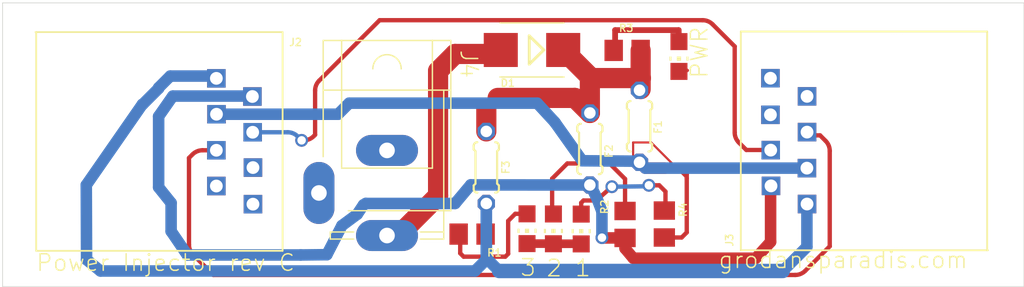
<source format=kicad_pcb>
(kicad_pcb (version 20241229) (generator "pcbnew") (generator_version "9.0")
  (layers (0 "F.Cu" signal) (2 "B.Cu" signal) (13 "F.Paste" user) (15 "B.Paste" user) (5 "F.SilkS" user "F.Silkscreen") (7 "B.SilkS" user "B.Silkscreen") (1 "F.Mask" user) (3 "B.Mask" user) (25 "Edge.Cuts" user))
  (net 0 "")
  (net 1 "+12V")
  (net 2 "GND")
  (net 3 "N$2")
  (net 4 "N$7")
  (net 5 "N$1")
  (net 6 "N$6")
  (net 7 "PWR1")
  (net 8 "PWR2")
  (net 9 "PWR3")
  (net 10 "N$8")
  (net 11 "N$3")
  (net 12 "N$4")
  (footprint "power_injector_rev_c:0204_5" (layer "F.Cu") (at 146.6011 106.6036 -90)
    (property "Reference" "F3" (at -0.5366 -1.0684 90) (layer "F.SilkS") (effects (font (size 0.520446 0.520446) (thickness 0.089154)) (justify right top)))
    (property "Value" "MF-R050" (hide yes))
    (fp_line (start -1.524 0.889) (end -1.27 0.889) (stroke (width 0.1524)) (layer "F.SilkS"))
    (fp_line (start 1.524 0.889) (end 1.27 0.889) (stroke (width 0.1524)) (layer "F.SilkS"))
    (fp_line (start -1.143 0.762) (end -1.27 0.889) (stroke (width 0.1524)) (layer "F.SilkS"))
    (fp_line (start 1.143 0.762) (end 1.27 0.889) (stroke (width 0.1524)) (layer "F.SilkS"))
    (fp_line (start 1.143 0.762) (end -1.143 0.762) (stroke (width 0.1524)) (layer "F.SilkS"))
    (fp_line (start -1.143 -0.762) (end -1.27 -0.889) (stroke (width 0.1524)) (layer "F.SilkS"))
    (fp_line (start 1.143 -0.762) (end -1.143 -0.762) (stroke (width 0.1524)) (layer "F.SilkS"))
    (fp_line (start 1.143 -0.762) (end 1.27 -0.889) (stroke (width 0.1524)) (layer "F.SilkS"))
    (fp_line (start -1.524 -0.889) (end -1.27 -0.889) (stroke (width 0.1524)) (layer "F.SilkS"))
    (fp_line (start 1.524 -0.889) (end 1.27 -0.889) (stroke (width 0.1524)) (layer "F.SilkS"))
    (fp_arc (start -1.524 0.889) (mid -1.703605 0.814605) (end -1.778 0.635) (stroke (width 0.1524)) (layer "F.SilkS"))
    (fp_arc (start 1.778 0.635) (mid 1.703605 0.814605) (end 1.524 0.889) (stroke (width 0.1524)) (layer "F.SilkS"))
    (fp_arc (start -1.778 -0.635) (mid -1.703605 -0.814605) (end -1.524 -0.889) (stroke (width 0.1524)) (layer "F.SilkS"))
    (fp_arc (start 1.524 -0.889) (mid 1.703605 -0.814605) (end 1.778 -0.635) (stroke (width 0.1524)) (layer "F.SilkS"))
    (pad "1" thru_hole roundrect (at -2.54 0 270) (size 1.2192 1.2192) (drill 0.8128) (layers "*.Cu" "*.Mask") (chamfer_ratio 0.2928932188) (chamfer top_left top_right bottom_left bottom_right) (net 1 "+12V"))
    (pad "2" thru_hole roundrect (at 2.54 0 270) (size 1.2192 1.2192) (drill 0.8128) (layers "*.Cu" "*.Mask") (chamfer_ratio 0.2928932188) (chamfer top_left top_right bottom_left bottom_right) (net 7 "PWR1"))
  )
  (footprint "power_injector_rev_c:R0805" (layer "F.Cu") (at 156.5311 98.3536)
    (property "Reference" "R3" (at -0.635 -1.27 0) (layer "F.SilkS") (effects (font (size 0.516128 0.516128) (thickness 0.093472)) (justify left bottom)))
    (property "Value" "4k7" (hide yes))
    (pad "1" smd rect (at -0.95 0) (size 1.3 1.5) (layers "F.Cu" "F.Mask" "F.Paste") (net 3 "N$2"))
    (pad "2" smd rect (at 0.95 0) (size 1.3 1.5) (layers "F.Cu" "F.Mask" "F.Paste") (net 1 "+12V"))
  )
  (footprint "power_injector_rev_c:SMB" (layer "F.Cu") (at 149.8211 98.3236 180)
    (property "Reference" "D1" (at 1.141 -2.029 0) (layer "F.SilkS") (effects (font (size 0.516128 0.516128) (thickness 0.093472)) (justify right top)))
    (property "Value" "PMEG3015EH,115" (hide yes))
    (fp_line (start 0.193 1) (end 0.193 -1) (stroke (width 0.2032)) (layer "F.SilkS"))
    (fp_line (start 0.193 -1) (end -0.83 0) (stroke (width 0.2032)) (layer "F.SilkS"))
    (fp_line (start -0.83 0) (end 0.193 1) (stroke (width 0.2032)) (layer "F.SilkS"))
    (fp_line (start -2.2606 1.905) (end 2.2606 1.905) (stroke (width 0.1016)) (layer "F.SilkS"))
    (fp_line (start -2.2606 -1.905) (end 2.2606 -1.905) (stroke (width 0.1016)) (layer "F.SilkS"))
    (pad "A" smd rect (at 2.2 0 180) (size 2.4 2.4) (layers "F.Cu" "F.Mask" "F.Paste") (net 10 "N$8"))
    (pad "C" smd rect (at -2.2 0 180) (size 2.4 2.4) (layers "F.Cu" "F.Mask" "F.Paste") (net 1 "+12V"))
  )
  (footprint "power_injector_rev_c:R0805" (layer "F.Cu") (at 159.1511 110.5936 -90)
    (property "Reference" "R4" (at -1.575 -1.02 90) (layer "F.SilkS") (effects (font (size 0.516128 0.516128) (thickness 0.093472)) (justify right top)))
    (property "Value" "4k7" (hide yes))
    (pad "1" smd rect (at -0.95 0 270) (size 1.3 1.5) (layers "F.Cu" "F.Mask" "F.Paste") (net 6 "N$6"))
    (pad "2" smd rect (at 0.95 0 270) (size 1.3 1.5) (layers "F.Cu" "F.Mask" "F.Paste") (net 9 "PWR3"))
  )
  (footprint "power_injector_rev_c:RJ-45" (layer "F.Cu") (at 121.2211 104.7736 -90)
    (property "Reference" "J2" (at -6.69 -11.43 0) (layer "F.SilkS") (effects (font (size 0.516128 0.516128) (thickness 0.093472)) (justify left bottom)))
    (property "Value" "A00-108-220-450" (hide yes))
    (fp_line (start -7.71 6.35) (end 7.71 6.35) (stroke (width 0.127)) (layer "F.SilkS"))
    (fp_line (start 7.71 6.35) (end 7.71 -11.02) (stroke (width 0.127)) (layer "F.SilkS"))
    (fp_line (start -7.71 -11.02) (end -7.71 6.4) (stroke (width 0.127)) (layer "F.SilkS"))
    (fp_line (start 7.71 -11.02) (end -7.71 -11.02) (stroke (width 0.127)) (layer "F.SilkS"))
    (pad "" np_thru_hole circle (at -5.7 0 270) (size 3.3 3.3) (drill 3.3) (layers "*.Cu" "*.Mask"))
    (pad "" np_thru_hole circle (at 5.7 0 270) (size 3.3 3.3) (drill 3.3) (layers "*.Cu" "*.Mask"))
    (pad "1" thru_hole rect (at -4.45 -6.35 270) (size 1.3064 1.3064) (drill 0.9) (layers "*.Cu" "*.Mask") (net 7 "PWR1"))
    (pad "2" thru_hole rect (at -3.17 -8.89 270) (size 1.3064 1.3064) (drill 0.9) (layers "*.Cu" "*.Mask") (net 8 "PWR2"))
    (pad "3" thru_hole rect (at -1.92 -6.36 270) (size 1.3064 1.3064) (drill 0.9) (layers "*.Cu" "*.Mask") (net 9 "PWR3"))
    (pad "4" thru_hole rect (at -0.65 -8.91 270) (size 1.3064 1.3064) (drill 0.9) (layers "*.Cu" "*.Mask") (net 11 "N$3"))
    (pad "5" thru_hole rect (at 0.62 -6.35 270) (size 1.3064 1.3064) (drill 0.9) (layers "*.Cu" "*.Mask") (net 12 "N$4"))
    (pad "6" thru_hole rect (at 1.84 -8.93 270) (size 1.3064 1.3064) (drill 0.9) (layers "*.Cu" "*.Mask") (net 2 "GND"))
    (pad "7" thru_hole rect (at 3.14 -6.35 270) (size 1.3064 1.3064) (drill 0.9) (layers "*.Cu" "*.Mask") (net 2 "GND"))
    (pad "8" thru_hole rect (at 4.42 -8.93 270) (size 1.3064 1.3064) (drill 0.9) (layers "*.Cu" "*.Mask") (net 2 "GND"))
  )
  (footprint "power_injector_rev_c:CHIP-LED0805" (layer "F.Cu") (at 151.3311 110.9336 180)
    (property "Reference" "LED3" (hide yes))
    (property "Value" "")
    (fp_poly (pts (xy 0.525 0) (xy 0.675 0) (xy 0.675 -0.3) (xy 0.525 -0.3)) (fill yes) (layer "F.SilkS"))
    (fp_poly (pts (xy -0.15 0) (xy 0.15 0) (xy 0.15 -0.3) (xy -0.15 -0.3)) (fill yes) (layer "F.SilkS"))
    (fp_poly (pts (xy -0.675 0) (xy -0.525 0) (xy -0.525 -0.3) (xy -0.675 -0.3)) (fill yes) (layer "F.SilkS"))
    (pad "A" smd rect (at 0 1.05 180) (size 1.2 1.2) (layers "F.Cu" "F.Mask" "F.Paste") (net 5 "N$1"))
    (pad "C" smd rect (at 0 -1.05 180) (size 1.2 1.2) (layers "F.Cu" "F.Mask" "F.Paste") (net 2 "GND"))
  )
  (footprint "power_injector_rev_c:CHIP-LED0805" (layer "F.Cu") (at 149.4711 110.9236 180)
    (property "Reference" "LED2" (hide yes))
    (property "Value" "")
    (fp_poly (pts (xy 0.525 0) (xy 0.675 0) (xy 0.675 -0.3) (xy 0.525 -0.3)) (fill yes) (layer "F.SilkS"))
    (fp_poly (pts (xy -0.15 0) (xy 0.15 0) (xy 0.15 -0.3) (xy -0.15 -0.3)) (fill yes) (layer "F.SilkS"))
    (fp_poly (pts (xy -0.675 0) (xy -0.525 0) (xy -0.525 -0.3) (xy -0.675 -0.3)) (fill yes) (layer "F.SilkS"))
    (pad "A" smd rect (at 0 1.05 180) (size 1.2 1.2) (layers "F.Cu" "F.Mask" "F.Paste") (net 4 "N$7"))
    (pad "C" smd rect (at 0 -1.05 180) (size 1.2 1.2) (layers "F.Cu" "F.Mask" "F.Paste") (net 2 "GND"))
  )
  (footprint "power_injector_rev_c:SPC4077" (layer "F.Cu") (at 139.6011 108.4036 -90)
    (property "Reference" "J4" (at -10.16 -5.08 270) (layer "F.SilkS") (effects (font (size 1.1684 1.1684) (thickness 0.1016)) (justify left bottom)))
    (property "Value" "")
    (fp_line (start -10.75 4.5) (end -2.56 4.5) (stroke (width 0.1)) (layer "F.SilkS"))
    (fp_line (start -10.75 4.5) (end -10.75 3.2) (stroke (width 0.1)) (layer "F.SilkS"))
    (fp_line (start -7.25 4.5) (end -7.25 -4) (stroke (width 0.1)) (layer "F.SilkS"))
    (fp_line (start 2.75 4) (end 3.25 4) (stroke (width 0.1)) (layer "F.SilkS"))
    (fp_line (start 2.75 4) (end 2.75 2.35) (stroke (width 0.1)) (layer "F.SilkS"))
    (fp_line (start 3.25 4) (end 3.25 2.35) (stroke (width 0.1)) (layer "F.SilkS"))
    (fp_line (start -10.75 3.2) (end -1.75 3.2) (stroke (width 0.1)) (layer "F.SilkS"))
    (fp_line (start -10.75 3.2) (end -10.75 -3.2) (stroke (width 0.1)) (layer "F.SilkS"))
    (fp_line (start -1.75 3.2) (end -1.75 1) (stroke (width 0.1)) (layer "F.SilkS"))
    (fp_line (start 1.25 2.73) (end 1.25 -4) (stroke (width 0.1)) (layer "F.SilkS"))
    (fp_line (start -1.75 1) (end -1.75 -1) (stroke (width 0.1)) (layer "F.SilkS"))
    (fp_line (start -1.75 -1) (end -1.75 -3.2) (stroke (width 0.1)) (layer "F.SilkS"))
    (fp_line (start 2.75 -2.35) (end 2.75 -4) (stroke (width 0.1)) (layer "F.SilkS"))
    (fp_line (start 3.25 -2.35) (end 3.25 -4) (stroke (width 0.1)) (layer "F.SilkS"))
    (fp_line (start -10.75 -3.2) (end -1.75 -3.2) (stroke (width 0.1)) (layer "F.SilkS"))
    (fp_line (start -10.75 -3.2) (end -10.75 -4.5) (stroke (width 0.1)) (layer "F.SilkS"))
    (fp_line (start -7.25 -4) (end 1.25 -4) (stroke (width 0.1)) (layer "F.SilkS"))
    (fp_line (start -7.25 -4) (end -7.25 -4.5) (stroke (width 0.1)) (layer "F.SilkS"))
    (fp_line (start 1.25 -4) (end 2.75 -4) (stroke (width 0.1)) (layer "F.SilkS"))
    (fp_line (start 1.25 -4) (end 1.25 -4.5) (stroke (width 0.1)) (layer "F.SilkS"))
    (fp_line (start 2.75 -4) (end 3.25 -4) (stroke (width 0.1)) (layer "F.SilkS"))
    (fp_line (start -10.75 -4.5) (end 1.25 -4.5) (stroke (width 0.1)) (layer "F.SilkS"))
    (fp_arc (start -8.75 1) (mid -9.75 0) (end -8.75 -1) (stroke (width 0.1)) (layer "F.SilkS"))
    (pad "1" thru_hole oval (at -3 0) (size 4.3688 2.1844) (drill 1.1) (layers "*.Cu" "*.Mask") (net 2 "GND"))
    (pad "2" thru_hole oval (at 0 4.8 270) (size 4.3688 2.1844) (drill 1.1) (layers "*.Cu" "*.Mask") (net 2 "GND"))
    (pad "3" thru_hole oval (at 3 0) (size 4.3688 2.1844) (drill 1.1) (layers "*.Cu" "*.Mask") (net 10 "N$8"))
  )
  (footprint "power_injector_rev_c:RJ-45" (layer "F.Cu") (at 175.5611 104.7336 90)
    (property "Reference" "J3" (at -6.49 -12.12 90) (layer "F.SilkS") (effects (font (size 0.516128 0.516128) (thickness 0.093472)) (justify right top)))
    (property "Value" "A00-108-220-450" (hide yes))
    (fp_line (start 7.71 -11.02) (end -7.71 -11.02) (stroke (width 0.127)) (layer "F.SilkS"))
    (fp_line (start -7.71 -11.02) (end -7.71 6.4) (stroke (width 0.127)) (layer "F.SilkS"))
    (fp_line (start 7.71 6.35) (end 7.71 -11.02) (stroke (width 0.127)) (layer "F.SilkS"))
    (fp_line (start -7.71 6.35) (end 7.71 6.35) (stroke (width 0.127)) (layer "F.SilkS"))
    (pad "" np_thru_hole circle (at -5.7 0 90) (size 3.3 3.3) (drill 3.3) (layers "*.Cu" "*.Mask"))
    (pad "" np_thru_hole circle (at 5.7 0 90) (size 3.3 3.3) (drill 3.3) (layers "*.Cu" "*.Mask"))
    (pad "1" thru_hole rect (at -4.45 -6.35 90) (size 1.3064 1.3064) (drill 0.9) (layers "*.Cu" "*.Mask") (net 7 "PWR1"))
    (pad "2" thru_hole rect (at -3.17 -8.89 90) (size 1.3064 1.3064) (drill 0.9) (layers "*.Cu" "*.Mask") (net 8 "PWR2"))
    (pad "3" thru_hole rect (at -1.92 -6.36 90) (size 1.3064 1.3064) (drill 0.9) (layers "*.Cu" "*.Mask") (net 9 "PWR3"))
    (pad "4" thru_hole rect (at -0.65 -8.91 90) (size 1.3064 1.3064) (drill 0.9) (layers "*.Cu" "*.Mask") (net 11 "N$3"))
    (pad "5" thru_hole rect (at 0.62 -6.35 90) (size 1.3064 1.3064) (drill 0.9) (layers "*.Cu" "*.Mask") (net 12 "N$4"))
    (pad "6" thru_hole rect (at 1.84 -8.93 90) (size 1.3064 1.3064) (drill 0.9) (layers "*.Cu" "*.Mask") (net 2 "GND"))
    (pad "7" thru_hole rect (at 3.14 -6.35 90) (size 1.3064 1.3064) (drill 0.9) (layers "*.Cu" "*.Mask") (net 2 "GND"))
    (pad "8" thru_hole rect (at 4.42 -8.93 90) (size 1.3064 1.3064) (drill 0.9) (layers "*.Cu" "*.Mask") (net 2 "GND"))
  )
  (footprint "power_injector_rev_c:R0805" (layer "F.Cu") (at 145.6011 111.3036)
    (property "Reference" "R1" (at 1.005 1.62 0) (layer "F.SilkS") (effects (font (size 0.516128 0.516128) (thickness 0.093472)) (justify left bottom)))
    (property "Value" "4k7" (hide yes))
    (pad "1" smd rect (at -0.95 0) (size 1.3 1.5) (layers "F.Cu" "F.Mask" "F.Paste") (net 4 "N$7"))
    (pad "2" smd rect (at 0.95 0) (size 1.3 1.5) (layers "F.Cu" "F.Mask" "F.Paste") (net 7 "PWR1"))
  )
  (footprint "power_injector_rev_c:CHIP-LED0805" (layer "F.Cu") (at 153.2911 110.9436 180)
    (property "Reference" "LED4" (hide yes))
    (property "Value" "")
    (fp_poly (pts (xy 0.525 0) (xy 0.675 0) (xy 0.675 -0.3) (xy 0.525 -0.3)) (fill yes) (layer "F.SilkS"))
    (fp_poly (pts (xy -0.15 0) (xy 0.15 0) (xy 0.15 -0.3) (xy -0.15 -0.3)) (fill yes) (layer "F.SilkS"))
    (fp_poly (pts (xy -0.675 0) (xy -0.525 0) (xy -0.525 -0.3) (xy -0.675 -0.3)) (fill yes) (layer "F.SilkS"))
    (pad "A" smd rect (at 0 1.05 180) (size 1.2 1.2) (layers "F.Cu" "F.Mask" "F.Paste") (net 6 "N$6"))
    (pad "C" smd rect (at 0 -1.05 180) (size 1.2 1.2) (layers "F.Cu" "F.Mask" "F.Paste") (net 2 "GND"))
  )
  (footprint "power_injector_rev_c:R0805" (layer "F.Cu") (at 156.3811 110.6236 -90)
    (property "Reference" "R2" (at -1.805 1.74 90) (layer "F.SilkS") (effects (font (size 0.516128 0.516128) (thickness 0.093472)) (justify right top)))
    (property "Value" "4k7" (hide yes))
    (pad "1" smd rect (at -0.95 0 270) (size 1.3 1.5) (layers "F.Cu" "F.Mask" "F.Paste") (net 5 "N$1"))
    (pad "2" smd rect (at 0.95 0 270) (size 1.3 1.5) (layers "F.Cu" "F.Mask" "F.Paste") (net 8 "PWR2"))
  )
  (footprint "power_injector_rev_c:0204_5" (layer "F.Cu") (at 153.9011 105.3036 -90)
    (property "Reference" "F2" (at -0.3766 -1.0384 90) (layer "F.SilkS") (effects (font (size 0.520446 0.520446) (thickness 0.089154)) (justify right top)))
    (property "Value" "MF-R050" (hide yes))
    (fp_line (start -1.524 0.889) (end -1.27 0.889) (stroke (width 0.1524)) (layer "F.SilkS"))
    (fp_line (start 1.524 0.889) (end 1.27 0.889) (stroke (width 0.1524)) (layer "F.SilkS"))
    (fp_line (start -1.143 0.762) (end -1.27 0.889) (stroke (width 0.1524)) (layer "F.SilkS"))
    (fp_line (start 1.143 0.762) (end 1.27 0.889) (stroke (width 0.1524)) (layer "F.SilkS"))
    (fp_line (start 1.143 0.762) (end -1.143 0.762) (stroke (width 0.1524)) (layer "F.SilkS"))
    (fp_line (start -1.143 -0.762) (end -1.27 -0.889) (stroke (width 0.1524)) (layer "F.SilkS"))
    (fp_line (start 1.143 -0.762) (end -1.143 -0.762) (stroke (width 0.1524)) (layer "F.SilkS"))
    (fp_line (start 1.143 -0.762) (end 1.27 -0.889) (stroke (width 0.1524)) (layer "F.SilkS"))
    (fp_line (start -1.524 -0.889) (end -1.27 -0.889) (stroke (width 0.1524)) (layer "F.SilkS"))
    (fp_line (start 1.524 -0.889) (end 1.27 -0.889) (stroke (width 0.1524)) (layer "F.SilkS"))
    (fp_arc (start -1.524 0.889) (mid -1.703605 0.814605) (end -1.778 0.635) (stroke (width 0.1524)) (layer "F.SilkS"))
    (fp_arc (start 1.778 0.635) (mid 1.703605 0.814605) (end 1.524 0.889) (stroke (width 0.1524)) (layer "F.SilkS"))
    (fp_arc (start -1.778 -0.635) (mid -1.703605 -0.814605) (end -1.524 -0.889) (stroke (width 0.1524)) (layer "F.SilkS"))
    (fp_arc (start 1.524 -0.889) (mid 1.703605 -0.814605) (end 1.778 -0.635) (stroke (width 0.1524)) (layer "F.SilkS"))
    (pad "1" thru_hole roundrect (at -2.54 0 270) (size 1.2192 1.2192) (drill 0.8128) (layers "*.Cu" "*.Mask") (chamfer_ratio 0.2928932188) (chamfer top_left top_right bottom_left bottom_right) (net 1 "+12V"))
    (pad "2" thru_hole roundrect (at 2.54 0 270) (size 1.2192 1.2192) (drill 0.8128) (layers "*.Cu" "*.Mask") (chamfer_ratio 0.2928932188) (chamfer top_left top_right bottom_left bottom_right) (net 8 "PWR2"))
  )
  (footprint "power_injector_rev_c:CHIP-LED0805" (layer "F.Cu") (at 160.1811 98.7836 180)
    (property "Reference" "LED1" (hide yes))
    (property "Value" "")
    (fp_poly (pts (xy 0.525 0) (xy 0.675 0) (xy 0.675 -0.3) (xy 0.525 -0.3)) (fill yes) (layer "F.SilkS"))
    (fp_poly (pts (xy -0.15 0) (xy 0.15 0) (xy 0.15 -0.3) (xy -0.15 -0.3)) (fill yes) (layer "F.SilkS"))
    (fp_poly (pts (xy -0.675 0) (xy -0.525 0) (xy -0.525 -0.3) (xy -0.675 -0.3)) (fill yes) (layer "F.SilkS"))
    (pad "A" smd rect (at 0 1.05 180) (size 1.2 1.2) (layers "F.Cu" "F.Mask" "F.Paste") (net 3 "N$2"))
    (pad "C" smd rect (at 0 -1.05 180) (size 1.2 1.2) (layers "F.Cu" "F.Mask" "F.Paste") (net 2 "GND"))
  )
  (footprint "power_injector_rev_c:0204_5" (layer "F.Cu") (at 157.4011 103.7036 -90)
    (property "Reference" "F1" (at -0.4766 -0.9984 90) (layer "F.SilkS") (effects (font (size 0.520446 0.520446) (thickness 0.089154)) (justify right top)))
    (property "Value" "MF-R050" (hide yes))
    (fp_line (start -1.524 0.889) (end -1.27 0.889) (stroke (width 0.1524)) (layer "F.SilkS"))
    (fp_line (start 1.524 0.889) (end 1.27 0.889) (stroke (width 0.1524)) (layer "F.SilkS"))
    (fp_line (start -1.143 0.762) (end -1.27 0.889) (stroke (width 0.1524)) (layer "F.SilkS"))
    (fp_line (start 1.143 0.762) (end 1.27 0.889) (stroke (width 0.1524)) (layer "F.SilkS"))
    (fp_line (start 1.143 0.762) (end -1.143 0.762) (stroke (width 0.1524)) (layer "F.SilkS"))
    (fp_line (start -1.143 -0.762) (end -1.27 -0.889) (stroke (width 0.1524)) (layer "F.SilkS"))
    (fp_line (start 1.143 -0.762) (end -1.143 -0.762) (stroke (width 0.1524)) (layer "F.SilkS"))
    (fp_line (start 1.143 -0.762) (end 1.27 -0.889) (stroke (width 0.1524)) (layer "F.SilkS"))
    (fp_line (start -1.524 -0.889) (end -1.27 -0.889) (stroke (width 0.1524)) (layer "F.SilkS"))
    (fp_line (start 1.524 -0.889) (end 1.27 -0.889) (stroke (width 0.1524)) (layer "F.SilkS"))
    (fp_arc (start -1.524 0.889) (mid -1.703605 0.814605) (end -1.778 0.635) (stroke (width 0.1524)) (layer "F.SilkS"))
    (fp_arc (start 1.778 0.635) (mid 1.703605 0.814605) (end 1.524 0.889) (stroke (width 0.1524)) (layer "F.SilkS"))
    (fp_arc (start -1.778 -0.635) (mid -1.703605 -0.814605) (end -1.524 -0.889) (stroke (width 0.1524)) (layer "F.SilkS"))
    (fp_arc (start 1.524 -0.889) (mid 1.703605 -0.814605) (end 1.778 -0.635) (stroke (width 0.1524)) (layer "F.SilkS"))
    (pad "1" thru_hole roundrect (at -2.54 0 270) (size 1.2192 1.2192) (drill 0.8128) (layers "*.Cu" "*.Mask") (chamfer_ratio 0.2928932188) (chamfer top_left top_right bottom_left bottom_right) (net 1 "+12V"))
    (pad "2" thru_hole roundrect (at 2.54 0 270) (size 1.2192 1.2192) (drill 0.8128) (layers "*.Cu" "*.Mask") (chamfer_ratio 0.2928932188) (chamfer top_left top_right bottom_left bottom_right) (net 9 "PWR3"))
  )
  (gr_line (start 112.5011 115.0036) (end 112.5011 95.0036) (stroke (width 0.05)) (layer "Edge.Cuts"))
  (gr_line (start 184.5011 95.0036) (end 184.5011 115.0036) (stroke (width 0.05)) (layer "Edge.Cuts"))
  (gr_line (start 112.5011 95.0036) (end 184.5011 95.0036) (stroke (width 0.05)) (layer "Edge.Cuts"))
  (gr_line (start 184.5011 115.0036) (end 112.5011 115.0036) (stroke (width 0.05)) (layer "Edge.Cuts"))
  (gr_text "grodansparadis.com" (at 162.9011 113.8036 0) (layer "F.SilkS") (effects (font (size 1.1684 1.1684) (thickness 0.1016)) (justify left bottom)))
  (gr_text "PWR" (at 162.3011 100.4036 90) (layer "F.SilkS") (effects (font (size 1.1684 1.1684) (thickness 0.1016)) (justify left bottom)))
  (gr_text "1" (at 152.787218 114.377244 0) (layer "F.SilkS") (effects (font (size 1.1684 1.1684) (thickness 0.1016)) (justify left bottom)))
  (gr_text "2" (at 150.767218 114.387244 0) (layer "F.SilkS") (effects (font (size 1.1684 1.1684) (thickness 0.1016)) (justify left bottom)))
  (gr_text "Power Injector rev C" (at 114.8011 114.0036 0) (layer "F.SilkS") (effects (font (size 1.1684 1.1684) (thickness 0.1016)) (justify left bottom)))
  (gr_text "3" (at 148.927218 114.347244 0) (layer "F.SilkS") (effects (font (size 1.1684 1.1684) (thickness 0.1016)) (justify left bottom)))
  (segment (start 154.0011 100.3036) (end 157.5011 100.3036) (width 1.4224) (layer "F.Cu") (net 1))
  (segment (start 146.6011 102.5036) (end 147.4011 101.7036) (width 0.8128) (layer "F.Cu") (net 1))
  (segment (start 153.9011 100.2036) (end 152.0211 98.3236) (width 1.4224) (layer "F.Cu") (net 1))
  (segment (start 157.5011 100.3036) (end 157.4011 100.4036) (width 0.8128) (layer "F.Cu") (net 1))
  (segment (start 153.9011 102.7636) (end 153.9011 100.2036) (width 1.4224) (layer "F.Cu") (net 1))
  (segment (start 157.4811 101.0836) (end 157.4811 98.3536) (width 1.4224) (layer "F.Cu") (net 1))
  (segment (start 146.6011 104.0636) (end 146.6011 102.5036) (width 1.4224) (layer "F.Cu") (net 1))
  (segment (start 157.4011 101.1636) (end 157.4811 101.0836) (width 0.8128) (layer "F.Cu") (net 1))
  (segment (start 152.8411 101.7036) (end 153.9011 102.7636) (width 1.4224) (layer "F.Cu") (net 1))
  (segment (start 157.4011 100.4036) (end 157.4011 101.1636) (width 0.8128) (layer "F.Cu") (net 1))
  (segment (start 153.9011 100.2036) (end 154.0011 100.3036) (width 0.8128) (layer "F.Cu") (net 1))
  (segment (start 147.4011 101.7036) (end 152.8411 101.7036) (width 1.4224) (layer "F.Cu") (net 1))
  (segment (start 153.2911 111.9836) (end 153.2911 111.9936) (width 0.6096) (layer "F.Cu") (net 2))
  (segment (start 151.3311 111.9736) (end 151.3311 111.9836) (width 0.6096) (layer "F.Cu") (net 2))
  (segment (start 149.4711 111.9736) (end 151.3311 111.9736) (width 0.6096) (layer "F.Cu") (net 2))
  (segment (start 151.3311 111.9836) (end 153.2911 111.9836) (width 0.6096) (layer "F.Cu") (net 2))
  (segment (start 160.1811 99.8336) (end 160.7611 99.7636) (width 0.254) (layer "F.Cu") (net 2))
  (segment (start 155.6811 98.4936) (end 155.6811 96.9236) (width 0.4064) (layer "F.Cu") (net 3))
  (segment (start 160.1611 96.9236) (end 160.1811 97.7336) (width 0.4064) (layer "F.Cu") (net 3))
  (segment (start 155.6811 96.9236) (end 160.1611 96.9236) (width 0.4064) (layer "F.Cu") (net 3))
  (segment (start 155.5811 98.3536) (end 155.6811 98.4936) (width 0.254) (layer "F.Cu") (net 3))
  (segment (start 144.7611 111.4136) (end 144.6511 111.3036) (width 0.3048) (layer "F.Cu") (net 4))
  (segment (start 148.1411 112.6936) (end 147.9411 112.8936) (width 0.3048) (layer "F.Cu") (net 4))
  (segment (start 149.4711 109.8736) (end 148.6411 109.8736) (width 0.3048) (layer "F.Cu") (net 4))
  (segment (start 148.1411 110.3736) (end 148.1411 112.6936) (width 0.3048) (layer "F.Cu") (net 4))
  (segment (start 144.7611 112.6536) (end 144.7611 111.4136) (width 0.3048) (layer "F.Cu") (net 4))
  (segment (start 147.9411 112.8936) (end 145.0011 112.8936) (width 0.3048) (layer "F.Cu") (net 4))
  (segment (start 148.6411 109.8736) (end 148.1411 110.3736) (width 0.3048) (layer "F.Cu") (net 4))
  (segment (start 145.0011 112.8936) (end 144.7611 112.6536) (width 0.3048) (layer "F.Cu") (net 4))
  (segment (start 156.3811 109.6736) (end 156.3811 107.4136) (width 0.3048) (layer "F.Cu") (net 5))
  (segment (start 151.2411 109.7936) (end 151.3311 109.8836) (width 0.3048) (layer "F.Cu") (net 5))
  (segment (start 156.3811 107.4136) (end 155.2911 106.3236) (width 0.3048) (layer "F.Cu") (net 5))
  (segment (start 155.2911 106.3236) (end 152.3111 106.3236) (width 0.3048) (layer "F.Cu") (net 5))
  (segment (start 152.3111 106.3236) (end 151.2411 107.3936) (width 0.3048) (layer "F.Cu") (net 5))
  (segment (start 151.2411 107.3936) (end 151.2411 109.7936) (width 0.3048) (layer "F.Cu") (net 5))
  (segment (start 158.0611 107.8636) (end 158.7911 107.8636) (width 0.3048) (layer "F.Cu") (net 6))
  (segment (start 159.2311 109.5636) (end 159.1511 109.6436) (width 0.3048) (layer "F.Cu") (net 6))
  (segment (start 154.3511 108.9336) (end 155.4511 107.9636) (width 0.3048) (layer "F.Cu") (net 6))
  (segment (start 153.2911 109.0936) (end 153.4511 108.9336) (width 0.3048) (layer "F.Cu") (net 6))
  (segment (start 159.2311 108.3036) (end 159.2311 109.5636) (width 0.3048) (layer "F.Cu") (net 6))
  (segment (start 153.4511 108.9336) (end 154.3511 108.9336) (width 0.3048) (layer "F.Cu") (net 6))
  (segment (start 153.2911 109.8936) (end 153.2911 109.0936) (width 0.3048) (layer "F.Cu") (net 6))
  (segment (start 158.7911 107.8636) (end 159.2311 108.3036) (width 0.3048) (layer "F.Cu") (net 6))
  (via (at 155.4511 107.9636) (size 0.9048) (drill 0.6) (layers "F.Cu" "B.Cu") (net 6))
  (via (at 158.0611 107.8636) (size 0.9048) (drill 0.6) (layers "F.Cu" "B.Cu") (net 6))
  (segment (start 157.7911 107.9336) (end 158.0611 107.8636) (width 0.3048) (layer "B.Cu") (net 6))
  (segment (start 155.4511 107.9636) (end 157.7911 107.9336) (width 0.3048) (layer "B.Cu") (net 6))
  (segment (start 146.7911 108.6536) (end 146.7911 111.1936) (width 0.2032) (layer "F.Cu") (net 7))
  (segment (start 146.7911 108.6536) (end 146.6011 109.1436) (width 0.2032) (layer "F.Cu") (net 7))
  (segment (start 146.7911 111.1936) (end 146.5511 111.3036) (width 0.2032) (layer "F.Cu") (net 7))
  (segment (start 122.377393 102.157307) (end 123.5011 101.0336) (width 0.8128) (layer "B.Cu") (net 7))
  (segment (start 123.5011 101.0336) (end 123.5011 100.9836) (width 0.8128) (layer "B.Cu") (net 7))
  (segment (start 119.4011 113.9036) (end 118.4211 113.1036) (width 0.8128) (layer "B.Cu") (net 7))
  (segment (start 169.2011 109.1936) (end 169.2111 109.1836) (width 0.8128) (layer "B.Cu") (net 7))
  (segment (start 146.6011 109.1436) (end 146.6011 113.0036) (width 0.8128) (layer "B.Cu") (net 7))
  (segment (start 167.5011 113.9036) (end 169.2011 112.2036) (width 0.8128) (layer "B.Cu") (net 7))
  (segment (start 145.8011 113.9036) (end 146.6011 113.1036) (width 0.8128) (layer "B.Cu") (net 7))
  (segment (start 118.4011 107.8436) (end 122.353765 102.157307) (width 0.8128) (layer "B.Cu") (net 7))
  (segment (start 119.4011 113.9036) (end 145.8011 113.9036) (width 0.8128) (layer "B.Cu") (net 7))
  (segment (start 127.4111 100.1636) (end 127.5711 100.3236) (width 0.8128) (layer "B.Cu") (net 7))
  (segment (start 123.5011 100.9836) (end 124.3211 100.1636) (width 0.8128) (layer "B.Cu") (net 7))
  (segment (start 124.3211 100.1636) (end 127.4111 100.1636) (width 0.8128) (layer "B.Cu") (net 7))
  (segment (start 146.6011 113.0036) (end 147.5011 113.9036) (width 0.8128) (layer "B.Cu") (net 7))
  (segment (start 146.6011 113.1036) (end 146.6011 109.1436) (width 0.8128) (layer "B.Cu") (net 7))
  (segment (start 169.2011 112.2036) (end 169.2011 109.1936) (width 0.8128) (layer "B.Cu") (net 7))
  (segment (start 147.5011 113.9036) (end 167.5011 113.9036) (width 1.016) (layer "B.Cu") (net 7))
  (segment (start 122.353765 102.157307) (end 122.377393 102.157307) (width 0.8128) (layer "B.Cu") (net 7))
  (segment (start 118.4211 113.1036) (end 118.4011 107.8436) (width 0.8128) (layer "B.Cu") (net 7))
  (segment (start 156.3811 111.5736) (end 154.7711 111.5736) (width 0.8128) (layer "F.Cu") (net 8))
  (segment (start 156.9611 113.0036) (end 165.6011 113.0036) (width 0.8128) (layer "F.Cu") (net 8))
  (segment (start 156.3811 111.5736) (end 156.3811 112.3136) (width 0.8128) (layer "F.Cu") (net 8))
  (segment (start 166.6411 111.8536) (end 166.6411 107.9336) (width 0.8128) (layer "F.Cu") (net 8))
  (segment (start 166.6411 107.9336) (end 166.6711 107.9036) (width 0.3048) (layer "F.Cu") (net 8))
  (segment (start 154.7711 111.5736) (end 154.7511 111.5536) (width 0.3048) (layer "F.Cu") (net 8))
  (segment (start 165.6011 113.0036) (end 166.6411 111.8536) (width 0.8128) (layer "F.Cu") (net 8))
  (segment (start 156.3811 112.3136) (end 156.9611 113.0036) (width 0.8128) (layer "F.Cu") (net 8))
  (via (at 154.7511 111.5536) (size 0.9048) (drill 0.6) (layers "F.Cu" "B.Cu") (net 8))
  (segment (start 138.1011 109.1436) (end 144.4011 109.1436) (width 0.8128) (layer "B.Cu") (net 8))
  (segment (start 136.4211 110.7036) (end 137.5011 109.9036) (width 0.8128) (layer "B.Cu") (net 8))
  (segment (start 123.5011 108.0036) (end 123.5011 103.0036) (width 0.8128) (layer "B.Cu") (net 8))
  (segment (start 153.9811 107.9236) (end 153.9011 107.8436) (width 0.3048) (layer "B.Cu") (net 8))
  (segment (start 144.4011 109.1436) (end 145.5011 107.8336) (width 0.8128) (layer "B.Cu") (net 8))
  (segment (start 145.5011 107.8336) (end 153.8611 107.8436) (width 0.8128) (layer "B.Cu") (net 8))
  (segment (start 154.4311 108.8636) (end 153.9811 107.9236) (width 0.8128) (layer "B.Cu") (net 8))
  (segment (start 124.5011 101.5736) (end 130.038675 101.5736) (width 0.8128) (layer "B.Cu") (net 8))
  (segment (start 153.8611 107.8436) (end 153.9011 107.8436) (width 0.8128) (layer "B.Cu") (net 8))
  (segment (start 133.5211 112.7736) (end 125.5211 112.7736) (width 0.8128) (layer "B.Cu") (net 8))
  (segment (start 136.4211 110.7036) (end 135.3611 112.7536) (width 0.8128) (layer "B.Cu") (net 8))
  (segment (start 124.3811 111.1036) (end 124.3811 109.1036) (width 0.8128) (layer "B.Cu") (net 8))
  (segment (start 154.7511 109.7036) (end 154.4311 108.8636) (width 0.8128) (layer "B.Cu") (net 8))
  (segment (start 137.9411 109.2436) (end 138.1011 109.1436) (width 0.8128) (layer "B.Cu") (net 8))
  (segment (start 135.3611 112.7536) (end 133.5211 112.7736) (width 0.8128) (layer "B.Cu") (net 8))
  (segment (start 154.7511 111.5536) (end 154.7511 109.7036) (width 0.8128) (layer "B.Cu") (net 8))
  (segment (start 124.3811 109.1036) (end 123.5011 108.0036) (width 0.8128) (layer "B.Cu") (net 8))
  (segment (start 123.5011 103.0036) (end 124.5011 101.5736) (width 0.8128) (layer "B.Cu") (net 8))
  (segment (start 125.5211 112.7736) (end 124.3811 111.1036) (width 0.8128) (layer "B.Cu") (net 8))
  (segment (start 137.5011 109.9036) (end 137.9411 109.2436) (width 0.8128) (layer "B.Cu") (net 8))
  (arc (start 130.038675 101.5736) (mid 130.077871 101.581397) (end 130.1111 101.6036) (width 0.8128) (layer "B.Cu") (net 8))
  (segment (start 156.9511 106.1136) (end 156.9511 104.8436) (width 0.1524) (layer "F.Cu") (net 9))
  (segment (start 160.3711 111.5436) (end 160.7311 111.1836) (width 0.3048) (layer "F.Cu") (net 9))
  (segment (start 157.8111 106.6536) (end 159.2011 106.6536) (width 0.8128) (layer "F.Cu") (net 9))
  (segment (start 160.7611 107.3836) (end 160.7311 107.3836) (width 0.1524) (layer "F.Cu") (net 9))
  (segment (start 156.9511 106.1136) (end 157.4011 106.2436) (width 0.1524) (layer "F.Cu") (net 9))
  (segment (start 160.7311 107.0836) (end 160.3011 106.6536) (width 0.3048) (layer "F.Cu") (net 9))
  (segment (start 160.7311 107.3836) (end 160.7311 107.0836) (width 0.3048) (layer "F.Cu") (net 9))
  (segment (start 158.2211 104.8436) (end 160.7611 107.3836) (width 0.1524) (layer "F.Cu") (net 9))
  (segment (start 159.1511 111.5436) (end 160.3711 111.5436) (width 0.3048) (layer "F.Cu") (net 9))
  (segment (start 157.4011 106.2436) (end 157.8111 106.6536) (width 0.8128) (layer "F.Cu") (net 9))
  (segment (start 160.7311 111.1836) (end 160.7311 107.3836) (width 0.3048) (layer "F.Cu") (net 9))
  (segment (start 160.3011 106.6536) (end 159.2611 106.6536) (width 0.3048) (layer "F.Cu") (net 9))
  (segment (start 156.9511 104.8436) (end 158.2211 104.8436) (width 0.1524) (layer "F.Cu") (net 9))
  (segment (start 150.1911 102.0736) (end 151.4111 103.3936) (width 0.8128) (layer "B.Cu") (net 9))
  (segment (start 153.3611 106.1336) (end 157.3211 106.1636) (width 0.8128) (layer "B.Cu") (net 9))
  (segment (start 157.4011 106.2436) (end 157.8111 106.6536) (width 0.8128) (layer "B.Cu") (net 9))
  (segment (start 157.3211 106.1636) (end 157.4011 106.2436) (width 0.8128) (layer "B.Cu") (net 9))
  (segment (start 136.9311 102.0736) (end 150.1911 102.0736) (width 0.8128) (layer "B.Cu") (net 9))
  (segment (start 151.4711 103.4736) (end 153.3611 106.1336) (width 0.8128) (layer "B.Cu") (net 9))
  (segment (start 157.8111 106.6536) (end 169.2011 106.6536) (width 0.8128) (layer "B.Cu") (net 9))
  (segment (start 127.5811 102.8536) (end 136.1511 102.8536) (width 0.8128) (layer "B.Cu") (net 9))
  (segment (start 136.1511 102.8536) (end 136.9311 102.0736) (width 0.8128) (layer "B.Cu") (net 9))
  (segment (start 151.4111 103.3936) (end 151.4711 103.4736) (width 0.8128) (layer "B.Cu") (net 9))
  (segment (start 144.4011 98.6036) (end 147.3411 98.6036) (width 1.4224) (layer "F.Cu") (net 10))
  (segment (start 143.2011 99.8036) (end 144.4011 98.6036) (width 1.4224) (layer "F.Cu") (net 10))
  (segment (start 147.3411 98.6036) (end 147.6211 98.3236) (width 1.4224) (layer "F.Cu") (net 10))
  (segment (start 140.4011 111.4036) (end 143.2011 108.6036) (width 1.4224) (layer "F.Cu") (net 10))
  (segment (start 143.2011 108.6036) (end 143.2011 99.8036) (width 1.4224) (layer "F.Cu") (net 10))
  (segment (start 139.6011 111.4036) (end 140.4011 111.4036) (width 1.4224) (layer "F.Cu") (net 10))
  (segment (start 134.823993 100.480707) (end 139.0811 96.2236) (width 0.3048) (layer "F.Cu") (net 11))
  (segment (start 162.553993 96.516494) (end 164.1111 98.0736) (width 0.3048) (layer "F.Cu") (net 11))
  (segment (start 133.5811 104.6936) (end 133.726887 104.6936) (width 0.3048) (layer "F.Cu") (net 11))
  (segment (start 134.5311 104.3036) (end 134.5311 101.187813) (width 0.3048) (layer "F.Cu") (net 11))
  (segment (start 139.0811 96.2236) (end 161.846887 96.2236) (width 0.3048) (layer "F.Cu") (net 11))
  (segment (start 164.9311 105.3736) (end 166.626959 105.3736) (width 0.3048) (layer "F.Cu") (net 11))
  (segment (start 164.403993 104.846494) (end 164.9311 105.3736) (width 0.3048) (layer "F.Cu") (net 11))
  (segment (start 164.1111 98.0736) (end 164.1111 104.139388) (width 0.3048) (layer "F.Cu") (net 11))
  (segment (start 134.433993 104.400707) (end 134.5311 104.3036) (width 0.3048) (layer "F.Cu") (net 11))
  (via (at 133.5811 104.6936) (size 0.9048) (drill 0.6) (layers "F.Cu" "B.Cu") (net 11))
  (arc (start 134.5311 101.187813) (mid 134.607221 100.80513) (end 134.823993 100.480707) (width 0.3048) (layer "F.Cu") (net 11))
  (arc (start 164.1111 104.139388) (mid 164.18722 104.522071) (end 164.403993 104.846494) (width 0.3048) (layer "F.Cu") (net 11))
  (arc (start 133.726887 104.6936) (mid 134.10957 104.617479) (end 134.433993 104.400707) (width 0.3048) (layer "F.Cu") (net 11))
  (arc (start 161.846887 96.2236) (mid 162.22957 96.299721) (end 162.553993 96.516494) (width 0.3048) (layer "F.Cu") (net 11))
  (arc (start 166.626959 105.3736) (mid 166.640024 105.376199) (end 166.6511 105.3836) (width 0.3048) (layer "F.Cu") (net 11))
  (segment (start 133.303993 104.416494) (end 133.5811 104.6936) (width 0.3048) (layer "B.Cu") (net 11))
  (segment (start 130.1311 104.1236) (end 132.596887 104.1236) (width 0.3048) (layer "B.Cu") (net 11))
  (arc (start 132.596887 104.1236) (mid 132.97957 104.199721) (end 133.303993 104.416494) (width 0.3048) (layer "B.Cu") (net 11))
  (segment (start 125.933993 112.756494) (end 127.3611 114.1836) (width 0.3048) (layer "F.Cu") (net 12))
  (segment (start 127.3611 114.1836) (end 168.376887 114.1836) (width 0.3048) (layer "F.Cu") (net 12))
  (segment (start 127.5711 105.3936) (end 126.595312 105.3936) (width 0.3048) (layer "F.Cu") (net 12))
  (segment (start 170.1311 104.3436) (end 169.766368 104.3436) (width 0.3048) (layer "F.Cu") (net 12))
  (segment (start 170.8111 112.1636) (end 170.8111 105.437813) (width 0.3048) (layer "F.Cu") (net 12))
  (segment (start 169.083993 113.890707) (end 170.8111 112.1636) (width 0.3048) (layer "F.Cu") (net 12))
  (segment (start 125.6411 105.9336) (end 125.6411 112.049388) (width 0.3048) (layer "F.Cu") (net 12))
  (segment (start 125.888206 105.686494) (end 125.6411 105.9336) (width 0.3048) (layer "F.Cu") (net 12))
  (segment (start 170.518206 104.730707) (end 170.1311 104.3436) (width 0.3048) (layer "F.Cu") (net 12))
  (arc (start 170.8111 105.437813) (mid 170.734979 105.05513) (end 170.518206 104.730707) (width 0.3048) (layer "F.Cu") (net 12))
  (arc (start 169.766368 104.3436) (mid 169.465859 104.283825) (end 169.2111 104.1136) (width 0.3048) (layer "F.Cu") (net 12))
  (arc (start 126.595312 105.3936) (mid 126.212629 105.469721) (end 125.888206 105.686494) (width 0.3048) (layer "F.Cu") (net 12))
  (arc (start 125.6411 112.049388) (mid 125.71722 112.432071) (end 125.933993 112.756494) (width 0.3048) (layer "F.Cu") (net 12))
  (arc (start 168.376887 114.1836) (mid 168.75957 114.107479) (end 169.083993 113.890707) (width 0.3048) (layer "F.Cu") (net 12))
)
</source>
